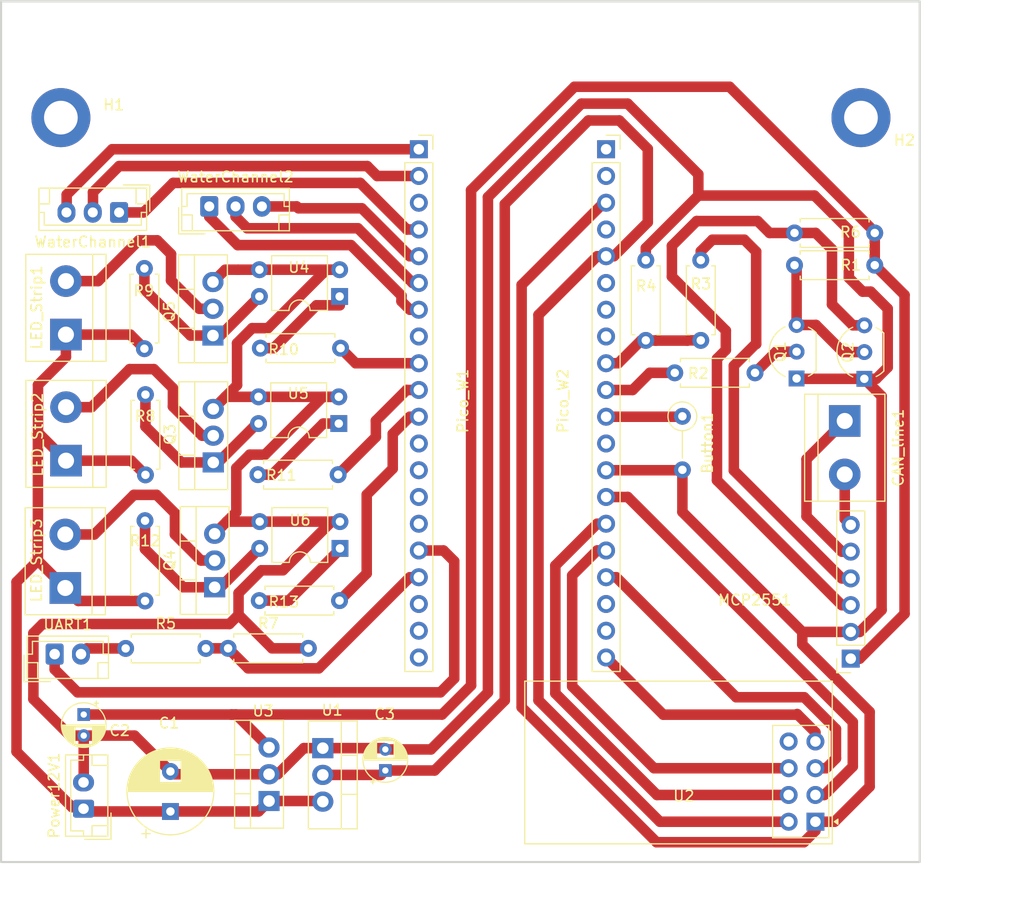
<source format=kicad_pcb>
(kicad_pcb (version 20221018) (generator pcbnew)
  (layers (0 "F.Cu" signal) (31 "B.Cu" signal) (34 "B.Paste" user) (35 "F.Paste" user) (36 "B.SilkS" user "B.Silkscreen") (37 "F.SilkS" user "F.Silkscreen") (38 "B.Mask" user) (39 "F.Mask" user) (44 "Edge.Cuts" user))
  (net 0 "")
  (net 1 "Net-(Pico_W2-Pin_11)")
  (net 2 "GND")
  (net 3 "+12V")
  (net 4 "+5V")
  (net 5 "+3.3V")
  (net 6 "CANH")
  (net 7 "CANL")
  (net 8 "Net-(LED_Strip1-Pin_2)")
  (net 9 "Net-(LED_Strip2-Pin_2)")
  (net 10 "Net-(LED_Strip3-Pin_2)")
  (net 11 "CTX")
  (net 12 "CRX")
  (net 13 "R1A")
  (net 14 "R2A")
  (net 16 "R3A")
  (net 17 "R1B")
  (net 18 "R2B")
  (net 19 "R3B")
  (net 21 "LED_STRIP1")
  (net 22 "LED_STRIP2")
  (net 23 "LED_STRIP3")
  (net 28 "TX")
  (net 29 "RX")
  (net 31 "CRX_3.3v")
  (net 32 "CTX_3.3v")
  (net 42 "CE")
  (net 43 "CSN")
  (net 44 "MOSI")
  (net 45 "SCK")
  (net 48 "MISO")
  (net 49 "Net-(Q1-B)")
  (net 50 "Net-(Q1-C)")
  (net 51 "Net-(Q3-G)")
  (net 52 "Net-(Q4-G)")
  (net 53 "Net-(Q5-G)")
  (net 54 "Net-(UART1-Pin_2)")
  (net 55 "Net-(R10-Pad1)")
  (net 56 "Net-(R11-Pad1)")
  (net 57 "Net-(R13-Pad1)")
  (footprint "Package_TO_SOT_THT:TO-220-3_Vertical" (layer "F.Cu") (at 105.45 92.69 90)
    (fp_text reference "Q5")
    (fp_text value "IRFZ44n")
  )
  (footprint "Resistor_THT:R_Axial_DIN0207_L6.3mm_D2.5mm_P7.62mm_Horizontal" (layer "F.Cu") (at 98.94 93.94 90)
    (fp_text reference "R9")
    (fp_text value "1k")
  )
  (footprint "Resistor_THT:R_Axial_DIN0207_L6.3mm_D2.5mm_P7.62mm_Horizontal" (layer "F.Cu") (at 149.3 96.23)
    (fp_text reference "R2")
    (fp_text value "5k")
  )
  (footprint "Resistor_THT:R_Axial_DIN0207_L6.3mm_D2.5mm_P7.62mm_Horizontal" (layer "F.Cu") (at 99 117.89 90)
    (fp_text reference "R12")
    (fp_text value "1k")
  )
  (footprint "Package_TO_SOT_THT:TO-220-3_Vertical" (layer "F.Cu") (at 115.88 131.867349 -90)
    (fp_text reference "U1")
    (fp_text value "AMS1117-3.3")
  )
  (footprint "TerminalBlock:TerminalBlock_bornier-2_P5.08mm" (layer "F.Cu") (at 91.5 104.57 90)
    (fp_text reference "LED_Strip2")
    (fp_text value "TerminalBlock")
  )
  (footprint "TerminalBlock:TerminalBlock_bornier-2_P5.08mm" (layer "F.Cu") (at 91.43 116.66 90)
    (fp_text reference "LED_Strip3")
    (fp_text value "TerminalBlock")
  )
  (footprint "Capacitor_THT:CP_Radial_D4.0mm_P2.00mm" (layer "F.Cu") (at 121.82 133.989948 90)
    (fp_text reference "C3")
    (fp_text value "0.1uf")
  )
  (footprint "Package_DIP:DIP-4_W7.62mm" (layer "F.Cu") (at 117.51 112.9 180)
    (fp_text reference "U6")
    (fp_text value "PC817")
  )
  (footprint "Package_DIP:DIP-4_W7.62mm" (layer "F.Cu") (at 117.4 101.05 180)
    (fp_text reference "U5")
    (fp_text value "PC817")
  )
  (footprint "Resistor_THT:R_Axial_DIN0207_L6.3mm_D2.5mm_P7.62mm_Horizontal" (layer "F.Cu") (at 106.89 122.39)
    (fp_text reference "R7")
    (fp_text value "2k")
  )
  (footprint "Resistor_THT:R_Axial_DIN0207_L6.3mm_D2.5mm_P7.62mm_Horizontal" (layer "F.Cu") (at 168.29 86.01 180)
    (fp_text reference "R1")
    (fp_text value "5k")
  )
  (footprint "Capacitor_THT:CP_Radial_D8.0mm_P3.80mm" (layer "F.Cu") (at 101.41 137.88 90)
    (fp_text reference "C1")
    (fp_text value "330uF")
  )
  (footprint "Connector_JST:JST_EH_B3B-EH-A_1x03_P2.50mm_Vertical" (layer "F.Cu") (at 105.1 80.43)
    (fp_text reference "WaterChannel2")
    (fp_text value "Relay_3Ch")
  )
  (footprint "Resistor_THT:R_Axial_DIN0207_L6.3mm_D2.5mm_P7.62mm_Horizontal" (layer "F.Cu") (at 168.29 82.95 180)
    (fp_text reference "R6")
    (fp_text value "5k")
  )
  (footprint "RF_Module:nRF24L01_Breakout" (layer "F.Cu") (at 162.655344 138.854656 180)
    (fp_text reference "U2")
    (fp_text value "NRF24L01_Breakout")
  )
  (footprint "Resistor_THT:R_Axial_DIN0207_L6.3mm_D2.5mm_P7.62mm_Horizontal" (layer "F.Cu") (at 99.04 105.92 90)
    (fp_text reference "R8")
    (fp_text value "1k")
  )
  (footprint "Resistor_THT:R_Axial_DIN0207_L6.3mm_D2.5mm_P7.62mm_Horizontal" (layer "F.Cu") (at 151.77 85.53 -90)
    (fp_text reference "R3")
    (fp_text value "1k")
  )
  (footprint "MountingHole:MountingHole_3.2mm_M3_DIN965_Pad_TopBottom" (layer "F.Cu") (at 91.01 72)
    (fp_text reference "H1")
    (fp_text value "MountingHole")
  )
  (footprint "Connector_JST:JST_EH_B3B-EH-A_1x03_P2.50mm_Vertical" (layer "F.Cu") (at 96.54 81 180)
    (fp_text reference "WaterChannel1")
    (fp_text value "Relay_3Ch")
  )
  (footprint "Package_TO_SOT_THT:TO-92_Inline_Wide" (layer "F.Cu") (at 167.3 96.8 90)
    (fp_text reference "Q2")
    (fp_text value "S8050")
  )
  (footprint "Connector_PinSocket_2.54mm:PinSocket_1x20_P2.54mm_Vertical" (layer "F.Cu") (at 125 75)
    (fp_text reference "Pico_W1")
    (fp_text value "Conn_01x20")
  )
  (footprint "Resistor_THT:R_Axial_DIN0207_L6.3mm_D2.5mm_P7.62mm_Horizontal" (layer "F.Cu") (at 109.95 93.89)
    (fp_text reference "R10")
    (fp_text value "220")
  )
  (footprint "Capacitor_THT:CP_Radial_D4.0mm_P2.00mm" (layer "F.Cu") (at 93.18 128.677401 -90)
    (fp_text reference "C2")
    (fp_text value "0.1uf")
  )
  (footprint "Connector_JST:JST_EH_B2B-EH-A_1x02_P2.50mm_Vertical" (layer "F.Cu") (at 90.42 122.94)
    (fp_text reference "UART1")
    (fp_text value "Conn_01x02")
  )
  (footprint "Package_TO_SOT_THT:TO-220-3_Vertical" (layer "F.Cu") (at 110.775 136.887349 90)
    (fp_text reference "U3")
    (fp_text value "LM7805_TO220")
  )
  (footprint "TerminalBlock:TerminalBlock_bornier-2_P5.08mm" (layer "F.Cu") (at 165.44 100.8 -90)
    (fp_text reference "CAN_line1")
    (fp_text value "TerminaBlock")
  )
  (footprint "Package_DIP:DIP-4_W7.62mm" (layer "F.Cu") (at 117.48 88.98 180)
    (fp_text reference "U4")
    (fp_text value "PC817")
  )
  (footprint "MountingHole:MountingHole_3.2mm_M3_DIN965_Pad_TopBottom" (layer "F.Cu") (at 166.98 72)
    (fp_text reference "H2")
    (fp_text value "MountingHole")
  )
  (footprint "Package_TO_SOT_THT:TO-92_Inline_Wide" (layer "F.Cu") (at 160.87 96.765 90)
    (fp_text reference "Q1")
    (fp_text value "S8050")
  )
  (footprint "Resistor_THT:R_Axial_DIN0207_L6.3mm_D2.5mm_P7.62mm_Horizontal" (layer "F.Cu") (at 97.16 122.4)
    (fp_text reference "R5")
    (fp_text value "1k")
  )
  (footprint "Resistor_THT:R_Axial_DIN0207_L6.3mm_D2.5mm_P7.62mm_Horizontal" (layer "F.Cu") (at 146.55 93.15 90)
    (fp_text reference "R4")
    (fp_text value "2k")
  )
  (footprint "Resistor_THT:R_Axial_DIN0207_L6.3mm_D2.5mm_P7.62mm_Horizontal" (layer "F.Cu") (at 109.72 105.9)
    (fp_text reference "R11")
    (fp_text value "220")
  )
  (footprint "Connector_PinSocket_2.54mm:PinSocket_1x20_P2.54mm_Vertical" (layer "F.Cu") (at 142.78 75)
    (fp_text reference "Pico_W2")
    (fp_text value "Conn_01x20")
  )
  (footprint "Resistor_THT:R_Axial_DIN0207_L6.3mm_D2.5mm_P7.62mm_Horizontal" (layer "F.Cu") (at 109.85 117.86)
    (fp_text reference "R13")
    (fp_text value "220")
  )
  (footprint "Package_TO_SOT_THT:TO-220-3_Vertical" (layer "F.Cu") (at 105.48 104.74 90)
    (fp_text reference "Q3")
    (fp_text value "IRFZ44n")
  )
  (footprint "Connector_JST:JST_EH_B2B-EH-A_1x02_P2.50mm_Vertical" (layer "F.Cu") (at 93.16 137.62 90)
    (fp_text reference "Power12V1")
    (fp_text value "Conn_01x02")
  )
  (footprint "Resistor_THT:R_Axial_DIN0207_L6.3mm_D2.5mm_P5.08mm_Vertical" (layer "F.Cu") (at 150.025 100.36 -90)
    (fp_text reference "Button1")
    (fp_text value "DIP")
  )
  (footprint "TerminalBlock:TerminalBlock_bornier-2_P5.08mm" (layer "F.Cu") (at 91.49 92.6 90)
    (fp_text reference "LED_Strip1")
    (fp_text value "TerminalBlock")
  )
  (footprint "Package_TO_SOT_THT:TO-220-3_Vertical" (layer "F.Cu") (at 105.61 116.59 90)
    (fp_text reference "Q4")
    (fp_text value "IRFZ44n")
  )
  (footprint "Connector_PinSocket_2.54mm:PinSocket_1x06_P2.54mm_Vertical" (layer "F.Cu") (at 166.01 123.37 180)
    (fp_text reference "MCP2551")
    (fp_text value "CAN_Transceiver")
  )
  (gr_rect (start 85.33 60.96) (end 172.56 142.68) (stroke (width 0.2)) (fill none) (layer "Edge.Cuts"))
  (segment (start 142.78 100.4) (end 149.985 100.4) (width 1) (layer "F.Cu") (net 1))
  (segment (start 149.985 100.4) (end 150.025 100.36) (width 1) (layer "F.Cu") (net 1))
  (segment (start 116.71 110.36) (end 112.09 114.98) (width 1) (layer "F.Cu") (net 2))
  (segment (start 161.41 120.83) (end 166.01 120.83) (width 1) (layer "F.Cu") (net 2))
  (segment (start 162.655344 139.704656) (end 161.56 140.8) (width 1) (layer "F.Cu") (net 2))
  (segment (start 131.56 79.547258) (end 140.437258 70.67) (width 1) (layer "F.Cu") (net 2))
  (segment (start 169.52 90.14) (end 167.9 88.52) (width 1) (layer "F.Cu") (net 2))
  (segment (start 169.52 95.71) (end 169.52 90.14) (width 1) (layer "F.Cu") (net 2))
  (segment (start 165.83 82.66) (end 162.57 79.4) (width 1) (layer "F.Cu") (net 2))
  (segment (start 131.56 126.58) (end 131.56 79.547258) (width 1) (layer "F.Cu") (net 2))
  (segment (start 106.62 86.44) (end 105.45 87.61) (width 1) (layer "F.Cu") (net 2))
  (segment (start 106.76 110.36) (end 105.61 111.51) (width 1) (layer "F.Cu") (net 2))
  (segment (start 168.43 96.8) (end 169.52 95.71) (width 1) (layer "F.Cu") (net 2))
  (segment (start 117.48 86.44) (end 109.86 86.44) (width 1) (layer "F.Cu") (net 2))
  (segment (start 109.170108 91.99) (end 107.74 93.420108) (width 1) (layer "F.Cu") (net 2))
  (segment (start 107.88 119.21) (end 107.01 120.08) (width 1) (layer "F.Cu") (net 2))
  (segment (start 106.63 98.51) (end 105.48 99.66) (width 1) (layer "F.Cu") (net 2))
  (segment (start 111.06 122.39) (end 114.51 122.39) (width 1) (layer "F.Cu") (net 2))
  (segment (start 110.775 134.347349) (end 111.6 134.347349) (width 1) (layer "F.Cu") (net 2))
  (segment (start 161.56 140.8) (end 147.571774 140.8) (width 1) (layer "F.Cu") (net 2))
  (segment (start 111.6 134.347349) (end 114.08 131.867349) (width 1) (layer "F.Cu") (net 2))
  (segment (start 115.88 131.867349) (end 121.697401 131.867349) (width 1) (layer "F.Cu") (net 2))
  (segment (start 107.74 97.4) (end 106.63 98.51) (width 1) (layer "F.Cu") (net 2))
  (segment (start 88.4 120.95) (end 88.4 127.21) (width 1) (layer "F.Cu") (net 2))
  (segment (start 116.22 86.44) (end 115.88 86.78) (width 1) (layer "F.Cu") (net 2))
  (segment (start 115.88 86.78) (end 115.54 86.44) (width 1) (layer "F.Cu") (net 2))
  (segment (start 109.89 110.36) (end 106.76 110.36) (width 1) (layer "F.Cu") (net 2))
  (segment (start 165.83 87.21) (end 165.83 82.66) (width 1) (layer "F.Cu") (net 2))
  (segment (start 134.76 127.988226) (end 134.76 87.88393) (width 1) (layer "F.Cu") (net 2))
  (segment (start 146.55 84.387258) (end 151.537258 79.4) (width 1) (layer "F.Cu") (net 2))
  (segment (start 167.3 96.8) (end 160.905 96.8) (width 1) (layer "F.Cu") (net 2))
  (segment (start 167.3 96.8) (end 168.43 96.8) (width 1) (layer "F.Cu") (net 2))
  (segment (start 117.4 98.51) (end 109.78 98.51) (width 1) (layer "F.Cu") (net 2))
  (segment (start 112.09 114.98) (end 110.050108 114.98) (width 1) (layer "F.Cu") (net 2))
  (segment (start 110.39 104) (end 108.940108 104) (width 1) (layer "F.Cu") (net 2))
  (segment (start 149.985 105.48) (end 150.025 105.44) (width 1) (layer "F.Cu") (net 2))
  (segment (start 150.025 109.445) (end 161.41 120.83) (width 1) (layer "F.Cu") (net 2))
  (segment (start 93.18 130.677401) (end 93.18 135.1) (width 1) (layer "F.Cu") (net 2))
  (segment (start 114.08 131.867349) (end 115.88 131.867349) (width 1) (layer "F.Cu") (net 2))
  (segment (start 91.867401 130.677401) (end 93.18 130.677401) (width 1) (layer "F.Cu") (net 2))
  (segment (start 98.007401 130.677401) (end 93.18 130.677401) (width 1) (layer "F.Cu") (net 2))
  (segment (start 142.78 105.48) (end 149.985 105.48) (width 1) (layer "F.Cu") (net 2))
  (segment (start 107.67 105.270108) (end 107.67 109.45) (width 1) (layer "F.Cu") (net 2))
  (segment (start 162.655344 138.854656) (end 162.655344 139.704656) (width 1) (layer "F.Cu") (net 2))
  (segment (start 107.01 120.08) (end 89.27 120.08) (width 1) (layer "F.Cu") (net 2))
  (segment (start 160.905 96.8) (end 160.87 96.765) (width 1) (layer "F.Cu") (net 2))
  (segment (start 108.940108 104) (end 107.67 105.270108) (width 1) (layer "F.Cu") (net 2))
  (segment (start 109.86 86.44) (end 107.87 86.44) (width 1) (layer "F.Cu") (net 2))
  (segment (start 147.571774 140.8) (end 134.76 127.988226) (width 1) (layer "F.Cu") (net 2))
  (segment (start 88.4 127.21) (end 91.867401 130.677401) (width 1) (layer "F.Cu") (net 2))
  (segment (start 117.4 98.51) (end 115.88 98.51) (width 1) (layer "F.Cu") (net 2))
  (segment (start 166.01 120.83) (end 166.86 120.83) (width 1) (layer "F.Cu") (net 2))
  (segment (start 107.87 86.44) (end 107.79 86.44) (width 1) (layer "F.Cu") (net 2))
  (segment (start 164.475344 138.854656) (end 162.655344 138.854656) (width 1) (layer "F.Cu") (net 2))
  (segment (start 109.78 98.51) (end 106.63 98.51) (width 1) (layer "F.Cu") (net 2))
  (segment (start 168.94 118.75) (end 168.94 98.44) (width 1) (layer "F.Cu") (net 2))
  (segment (start 140.437258 70.67) (end 144.83 70.67) (width 1) (layer "F.Cu") (net 2))
  (segment (start 101.677349 134.347349) (end 101.41 134.08) (width 1) (layer "F.Cu") (net 2))
  (segment (start 126.150052 131.989948) (end 131.56 126.58) (width 1) (layer "F.Cu") (net 2))
  (segment (start 134.76 87.88393) (end 142.56393 80.08) (width 1) (layer "F.Cu") (net 2))
  (segment (start 89.27 120.08) (end 88.4 120.95) (width 1) (layer "F.Cu") (net 2))
  (segment (start 167.14 88.52) (end 165.83 87.21) (width 1) (layer "F.Cu") (net 2))
  (segment (start 166.86 120.83) (end 168.94 118.75) (width 1) (layer "F.Cu") (net 2))
  (segment (start 107.88 119.21) (end 111.06 122.39) (width 1) (layer "F.Cu") (net 2))
  (segment (start 151.537258 79.4) (end 162.57 79.4) (width 1) (layer "F.Cu") (net 2))
  (segment (start 107.67 109.45) (end 106.76 110.36) (width 1) (layer "F.Cu") (net 2))
  (segment (start 167.805344 128.42098) (end 167.805344 135.524656) (width 1) (layer "F.Cu") (net 2))
  (segment (start 146.55 85.53) (end 146.55 84.387258) (width 1) (layer "F.Cu") (net 2))
  (segment (start 117.48 86.44) (end 116.22 86.44) (width 1) (layer "F.Cu") (net 2))
  (segment (start 151.537258 77.377258) (end 151.537258 79.4) (width 1) (layer "F.Cu") (net 2))
  (segment (start 121.82 131.989948) (end 126.150052 131.989948) (width 1) (layer "F.Cu") (net 2))
  (segment (start 150.025 105.44) (end 150.025 109.445) (width 1) (layer "F.Cu") (net 2))
  (segment (start 142.56393 80.08) (end 142.78 80.08) (width 1) (layer "F.Cu") (net 2))
  (segment (start 101.41 134.08) (end 98.007401 130.677401) (width 1) (layer "F.Cu") (net 2))
  (segment (start 121.697401 131.867349) (end 121.82 131.989948) (width 1) (layer "F.Cu") (net 2))
  (segment (start 117.51 110.36) (end 109.89 110.36) (width 1) (layer "F.Cu") (net 2))
  (segment (start 161.41 120.83) (end 161.41 122.025636) (width 1) (layer "F.Cu") (net 2))
  (segment (start 107.87 86.44) (end 106.62 86.44) (width 1) (layer "F.Cu") (net 2))
  (segment (start 110.050108 114.98) (end 107.88 117.150108) (width 1) (layer "F.Cu") (net 2))
  (segment (start 93.18 135.1) (end 93.16 135.12) (width 1) (layer "F.Cu") (net 2))
  (segment (start 117.51 110.36) (end 116.71 110.36) (width 1) (layer "F.Cu") (net 2))
  (segment (start 115.88 86.78) (end 110.67 91.99) (width 1) (layer "F.Cu") (net 2))
  (segment (start 115.88 98.51) (end 110.39 104) (width 1) (layer "F.Cu") (net 2))
  (segment (start 144.83 70.67) (end 151.537258 77.377258) (width 1) (layer "F.Cu") (net 2))
  (segment (start 168.94 98.44) (end 167.3 96.8) (width 1) (layer "F.Cu") (net 2))
  (segment (start 107.88 117.150108) (end 107.88 119.21) (width 1) (layer "F.Cu") (net 2))
  (segment (start 110.67 91.99) (end 109.170108 91.99) (width 1) (layer "F.Cu") (net 2))
  (segment (start 167.805344 135.524656) (end 164.475344 138.854656) (width 1) (layer "F.Cu") (net 2))
  (segment (start 167.9 88.52) (end 167.14 88.52) (width 1) (layer "F.Cu") (net 2))
  (segment (start 161.41 122.025636) (end 167.805344 128.42098) (width 1) (layer "F.Cu") (net 2))
  (segment (start 110.775 134.347349) (end 101.677349 134.347349) (width 1) (layer "F.Cu") (net 2))
  (segment (start 107.74 93.420108) (end 107.74 97.4) (width 1) (layer "F.Cu") (net 2))
  (segment (start 91.49 94.73) (end 88.84 97.38) (width 1) (layer "F.Cu") (net 3))
  (segment (start 91.49 92.6) (end 91.49 94.73) (width 1) (layer "F.Cu") (net 3))
  (segment (start 88.83 101.92) (end 88.83 114.06) (width 1) (layer "F.Cu") (net 3))
  (segment (start 101.41 137.88) (end 93.42 137.88) (width 1) (layer "F.Cu") (net 3))
  (segment (start 88.84 97.38) (end 88.84 101.91) (width 1) (layer "F.Cu") (net 3))
  (segment (start 91.5 104.57) (end 97.69 104.57) (width 1) (layer "F.Cu") (net 3))
  (segment (start 91.49 92.6) (end 97.6 92.6) (width 1) (layer "F.Cu") (net 3))
  (segment (start 88.84 101.91) (end 88.83 101.92) (width 1) (layer "F.Cu") (net 3))
  (segment (start 109.782349 137.88) (end 110.775 136.887349) (width 1) (layer "F.Cu") (net 3))
  (segment (start 92.07 137.47) (end 93.11 137.47) (width 1) (layer "F.Cu") (net 3))
  (segment (start 101.41 137.88) (end 109.782349 137.88) (width 1) (layer "F.Cu") (net 3))
  (segment (start 110.775 136.887349) (end 115.82 136.887349) (width 1) (layer "F.Cu") (net 3))
  (segment (start 99 117.89) (end 92.66 117.89) (width 1) (layer "F.Cu") (net 3))
  (segment (start 97.69 104.57) (end 99.04 105.92) (width 1) (layer "F.Cu") (net 3))
  (segment (start 93.42 137.88) (end 93.16 137.62) (width 1) (layer "F.Cu") (net 3))
  (segment (start 86.8 132.2) (end 92.07 137.47) (width 1) (layer "F.Cu") (net 3))
  (segment (start 88.84 101.91) (end 91.5 104.57) (width 1) (layer "F.Cu") (net 3))
  (segment (start 88.83 114.06) (end 86.8 116.09) (width 1) (layer "F.Cu") (net 3))
  (segment (start 115.82 136.887349) (end 115.88 136.947349) (width 1) (layer "F.Cu") (net 3))
  (segment (start 97.6 92.6) (end 98.94 93.94) (width 1) (layer "F.Cu") (net 3))
  (segment (start 92.66 117.89) (end 91.43 116.66) (width 1) (layer "F.Cu") (net 3))
  (segment (start 88.83 114.06) (end 91.43 116.66) (width 1) (layer "F.Cu") (net 3))
  (segment (start 86.8 116.09) (end 86.8 132.2) (width 1) (layer "F.Cu") (net 3))
  (segment (start 107.19 128.677401) (end 127.199857 128.677401) (width 1) (layer "F.Cu") (net 4))
  (segment (start 107.19 128.677401) (end 107.645052 128.677401) (width 1) (layer "F.Cu") (net 4))
  (segment (start 168.29 86.01) (end 171.12 88.84) (width 1) (layer "F.Cu") (net 4))
  (segment (start 129.96 78.884516) (end 139.774516 69.07) (width 1) (layer "F.Cu") (net 4))
  (segment (start 139.774516 69.07) (end 154.502742 69.07) (width 1) (layer "F.Cu") (net 4))
  (segment (start 154.502742 69.07) (end 168.29 82.857258) (width 1) (layer "F.Cu") (net 4))
  (segment (start 127.199857 128.677401) (end 129.96 125.917258) (width 1) (layer "F.Cu") (net 4))
  (segment (start 171.12 119.11) (end 166.86 123.37) (width 1) (layer "F.Cu") (net 4))
  (segment (start 168.29 86.01) (end 168.29 82.95) (width 1) (layer "F.Cu") (net 4))
  (segment (start 129.96 125.917258) (end 129.96 78.884516) (width 1) (layer "F.Cu") (net 4))
  (segment (start 171.12 88.84) (end 171.12 119.11) (width 1) (layer "F.Cu") (net 4))
  (segment (start 168.29 82.857258) (end 168.29 82.95) (width 1) (layer "F.Cu") (net 4))
  (segment (start 166.86 123.37) (end 166.01 123.37) (width 1) (layer "F.Cu") (net 4))
  (segment (start 93.18 128.677401) (end 107.19 128.677401) (width 1) (layer "F.Cu") (net 4))
  (segment (start 107.645052 128.677401) (end 110.775 131.807349) (width 1) (layer "F.Cu") (net 4))
  (segment (start 142.78 85.16) (end 141.93 85.16) (width 1) (layer "F.Cu") (net 5))
  (segment (start 141.1 72.27) (end 144.04 72.27) (width 1) (layer "F.Cu") (net 5))
  (segment (start 133.16 127.33) (end 133.16 80.21) (width 1) (layer "F.Cu") (net 5))
  (segment (start 126.500052 133.989948) (end 133.16 127.33) (width 1) (layer "F.Cu") (net 5))
  (segment (start 133.16 80.21) (end 141.1 72.27) (width 1) (layer "F.Cu") (net 5))
  (segment (start 146.74 81.934516) (end 143.514516 85.16) (width 1) (layer "F.Cu") (net 5))
  (segment (start 141.93 85.16) (end 136.36 90.73) (width 1) (layer "F.Cu") (net 5))
  (segment (start 121.82 133.989948) (end 126.500052 133.989948) (width 1) (layer "F.Cu") (net 5))
  (segment (start 144.04 72.27) (end 146.74 74.97) (width 1) (layer "F.Cu") (net 5))
  (segment (start 143.514516 85.16) (end 142.78 85.16) (width 1) (layer "F.Cu") (net 5))
  (segment (start 146.74 74.97) (end 146.74 81.934516) (width 1) (layer "F.Cu") (net 5))
  (segment (start 115.88 134.407349) (end 121.402599 134.407349) (width 1) (layer "F.Cu") (net 5))
  (segment (start 136.36 90.73) (end 136.36 127.325484) (width 1) (layer "F.Cu") (net 5))
  (segment (start 160.115344 138.854656) (end 147.889172 138.854656) (width 1) (layer "F.Cu") (net 5))
  (segment (start 121.402599 134.407349) (end 121.82 133.989948) (width 1) (layer "F.Cu") (net 5))
  (segment (start 147.889172 138.854656) (end 136.36 127.325484) (width 1) (layer "F.Cu") (net 5))
  (segment (start 161.81 104.43) (end 165.44 100.8) (width 1) (layer "F.Cu") (net 6))
  (segment (start 165.16 113.21) (end 161.81 109.86) (width 1) (layer "F.Cu") (net 6))
  (segment (start 166.01 113.21) (end 165.16 113.21) (width 1) (layer "F.Cu") (net 6))
  (segment (start 161.81 109.86) (end 161.81 104.43) (width 1) (layer "F.Cu") (net 6))
  (segment (start 165.44 105.88) (end 165.44 110.1) (width 1) (layer "F.Cu") (net 7))
  (segment (start 165.44 110.1) (end 166.01 110.67) (width 1) (layer "F.Cu") (net 7))
  (segment (start 101.47 84.96) (end 100.16 83.65) (width 1) (layer "F.Cu") (net 8))
  (segment (start 104.16 90.15) (end 101.47 87.46) (width 1) (layer "F.Cu") (net 8))
  (segment (start 105.45 90.15) (end 104.16 90.15) (width 1) (layer "F.Cu") (net 8))
  (segment (start 98.42 83.65) (end 94.55 87.52) (width 1) (layer "F.Cu") (net 8))
  (segment (start 94.55 87.52) (end 91.49 87.52) (width 1) (layer "F.Cu") (net 8))
  (segment (start 101.47 87.46) (end 101.47 84.96) (width 1) (layer "F.Cu") (net 8))
  (segment (start 100.16 83.65) (end 98.42 83.65) (width 1) (layer "F.Cu") (net 8))
  (segment (start 105.48 102.2) (end 104.42 102.2) (width 1) (layer "F.Cu") (net 9))
  (segment (start 99.84 95.88) (end 97.54 95.88) (width 1) (layer "F.Cu") (net 9))
  (segment (start 101.65 97.69) (end 99.84 95.88) (width 1) (layer "F.Cu") (net 9))
  (segment (start 104.42 102.2) (end 101.65 99.43) (width 1) (layer "F.Cu") (net 9))
  (segment (start 101.65 99.43) (end 101.65 97.69) (width 1) (layer "F.Cu") (net 9))
  (segment (start 97.54 95.88) (end 93.93 99.49) (width 1) (layer "F.Cu") (net 9))
  (segment (start 93.93 99.49) (end 91.5 99.49) (width 1) (layer "F.Cu") (net 9))
  (segment (start 104.31 114.05) (end 101.84 111.58) (width 1) (layer "F.Cu") (net 10))
  (segment (start 101.84 109.56) (end 100.1 107.82) (width 1) (layer "F.Cu") (net 10))
  (segment (start 101.84 111.58) (end 101.84 109.56) (width 1) (layer "F.Cu") (net 10))
  (segment (start 100.1 107.82) (end 97.94 107.82) (width 1) (layer "F.Cu") (net 10))
  (segment (start 94.18 111.58) (end 91.43 111.58) (width 1) (layer "F.Cu") (net 10))
  (segment (start 97.94 107.82) (end 94.18 111.58) (width 1) (layer "F.Cu") (net 10))
  (segment (start 105.61 114.05) (end 104.31 114.05) (width 1) (layer "F.Cu") (net 10))
  (segment (start 164.23 84.5) (end 164.23 89.74) (width 1) (layer "F.Cu") (net 11))
  (segment (start 154.15 92.22) (end 154.15 94.057366) (width 1) (layer "F.Cu") (net 11))
  (segment (start 164.23 89.74) (end 166.21 91.72) (width 1) (layer "F.Cu") (net 11))
  (segment (start 158.3 82.95) (end 160.67 82.95) (width 1) (layer "F.Cu") (net 11))
  (segment (start 162.68 82.95) (end 164.23 84.5) (width 1) (layer "F.Cu") (net 11))
  (segment (start 149.03 87.1) (end 154.15 92.22) (width 1) (layer "F.Cu") (net 11))
  (segment (start 151.38 81.82) (end 149.03 84.17) (width 1) (layer "F.Cu") (net 11))
  (segment (start 160.67 82.95) (end 162.68 82.95) (width 1) (layer "F.Cu") (net 11))
  (segment (start 166.21 91.72) (end 167.3 91.72) (width 1) (layer "F.Cu") (net 11))
  (segment (start 157.17 81.82) (end 158.3 82.95) (width 1) (layer "F.Cu") (net 11))
  (segment (start 154.15 94.057366) (end 153.31 94.897366) (width 1) (layer "F.Cu") (net 11))
  (segment (start 157.17 81.82) (end 151.38 81.82) (width 1) (layer "F.Cu") (net 11))
  (segment (start 153.31 106.44) (end 165.16 118.29) (width 1) (layer "F.Cu") (net 11))
  (segment (start 165.16 118.29) (end 166.01 118.29) (width 1) (layer "F.Cu") (net 11))
  (segment (start 149.03 84.17) (end 149.03 87.1) (width 1) (layer "F.Cu") (net 11))
  (segment (start 153.31 94.897366) (end 153.31 106.44) (width 1) (layer "F.Cu") (net 11))
  (segment (start 165.16 115.75) (end 154.91 105.5) (width 1) (layer "F.Cu") (net 12))
  (segment (start 154.91 95.560108) (end 156.970108 93.5) (width 1) (layer "F.Cu") (net 12))
  (segment (start 154.91 105.5) (end 154.91 95.560108) (width 1) (layer "F.Cu") (net 12))
  (segment (start 152.87 83.59) (end 151.77 84.69) (width 1) (layer "F.Cu") (net 12))
  (segment (start 155.9 83.59) (end 152.87 83.59) (width 1) (layer "F.Cu") (net 12))
  (segment (start 157.03 93.5) (end 157.03 84.72) (width 1) (layer "F.Cu") (net 12))
  (segment (start 156.970108 93.5) (end 157.03 93.5) (width 1) (layer "F.Cu") (net 12))
  (segment (start 157.03 84.72) (end 155.9 83.59) (width 1) (layer "F.Cu") (net 12))
  (segment (start 151.77 84.69) (end 151.77 85.53) (width 1) (layer "F.Cu") (net 12))
  (segment (start 166.01 115.75) (end 165.16 115.75) (width 1) (layer "F.Cu") (net 12))
  (segment (start 95.878742 75) (end 91.56 79.318742) (width 1) (layer "F.Cu") (net 13))
  (segment (start 91.56 79.318742) (end 91.56 80.29) (width 1) (layer "F.Cu") (net 13))
  (segment (start 125 75) (end 95.878742 75) (width 1) (layer "F.Cu") (net 13))
  (segment (start 94.06 79.081484) (end 96.541484 76.6) (width 1) (layer "F.Cu") (net 14))
  (segment (start 96.541484 76.6) (end 120.1 76.6) (width 1) (layer "F.Cu") (net 14))
  (segment (start 121.04 77.54) (end 125 77.54) (width 1) (layer "F.Cu") (net 14))
  (segment (start 94.06 80.29) (end 94.06 79.081484) (width 1) (layer "F.Cu") (net 14))
  (segment (start 124.93 77.47) (end 125 77.54) (width 1) (layer "F.Cu") (net 14))
  (segment (start 120.1 76.6) (end 121.04 77.54) (width 1) (layer "F.Cu") (net 14))
  (segment (start 125 82.62) (end 123.857258 82.62) (width 1) (layer "F.Cu") (net 16))
  (segment (start 98.87 81) (end 96.54 81) (width 1) (layer "F.Cu") (net 16))
  (segment (start 119.437258 78.2) (end 101.67 78.2) (width 1) (layer "F.Cu") (net 16))
  (segment (start 123.857258 82.62) (end 119.437258 78.2) (width 1) (layer "F.Cu") (net 16))
  (segment (start 101.67 78.2) (end 98.87 81) (width 1) (layer "F.Cu") (net 16))
  (segment (start 113.4 80.43) (end 110.1 80.43) (width 1) (layer "F.Cu") (net 17))
  (segment (start 125 85.16) (end 124.134516 85.16) (width 1) (layer "F.Cu") (net 17))
  (segment (start 119.584516 80.61) (end 113.58 80.61) (width 1) (layer "F.Cu") (net 17))
  (segment (start 124.134516 85.16) (end 119.584516 80.61) (width 1) (layer "F.Cu") (net 17))
  (segment (start 113.58 80.61) (end 113.4 80.43) (width 1) (layer "F.Cu") (net 17))
  (segment (start 119.215527 82.503753) (end 124.411774 87.7) (width 1) (layer "F.Cu") (net 18))
  (segment (start 108.702495 82.503753) (end 119.215527 82.503753) (width 1) (layer "F.Cu") (net 18))
  (segment (start 124.411774 87.7) (end 125 87.7) (width 1) (layer "F.Cu") (net 18))
  (segment (start 107.6 80.43) (end 107.6 81.401258) (width 1) (layer "F.Cu") (net 18))
  (segment (start 107.6 81.401258) (end 108.702495 82.503753) (width 1) (layer "F.Cu") (net 18))
  (segment (start 123.35 89.44) (end 123.35 88.900968) (width 1) (layer "F.Cu") (net 19))
  (segment (start 123.35 88.900968) (end 118.552785 84.103753) (width 1) (layer "F.Cu") (net 19))
  (segment (start 118.552785 84.103753) (end 107.798753 84.103753) (width 1) (layer "F.Cu") (net 19))
  (segment (start 107.798753 84.103753) (end 105.1 81.405) (width 1) (layer "F.Cu") (net 19))
  (segment (start 125 90.24) (end 124.15 90.24) (width 1) (layer "F.Cu") (net 19))
  (segment (start 124.15 90.24) (end 123.35 89.44) (width 1) (layer "F.Cu") (net 19))
  (segment (start 105.1 81.405) (end 105.1 80.43) (width 1) (layer "F.Cu") (net 19))
  (segment (start 119 95.32) (end 125 95.32) (width 1) (layer "F.Cu") (net 21))
  (segment (start 117.57 93.89) (end 119 95.32) (width 1) (layer "F.Cu") (net 21))
  (segment (start 120.92 100.78) (end 123.84 97.86) (width 1) (layer "F.Cu") (net 22))
  (segment (start 117.34 105.9) (end 120.92 102.32) (width 1) (layer "F.Cu") (net 22))
  (segment (start 120.92 102.32) (end 120.92 100.78) (width 1) (layer "F.Cu") (net 22))
  (segment (start 123.84 97.86) (end 125 97.86) (width 1) (layer "F.Cu") (net 22))
  (segment (start 124.15 100.4) (end 125 100.4) (width 1) (layer "F.Cu") (net 23))
  (segment (start 122.52 105.33) (end 122.52 102.03) (width 1) (layer "F.Cu") (net 23))
  (segment (start 120.05 107.8) (end 122.52 105.33) (width 1) (layer "F.Cu") (net 23))
  (segment (start 117.47 117.86) (end 120.05 115.28) (width 1) (layer "F.Cu") (net 23))
  (segment (start 120.05 115.28) (end 120.05 107.8) (width 1) (layer "F.Cu") (net 23))
  (segment (start 122.52 102.03) (end 124.15 100.4) (width 1) (layer "F.Cu") (net 23))
  (segment (start 128.36 125.254516) (end 127.044516 126.57) (width 1) (layer "F.Cu") (net 28))
  (segment (start 125 113.1) (end 127.34 113.1) (width 1) (layer "F.Cu") (net 28))
  (segment (start 92.6 126.57) (end 90.42 124.39) (width 1) (layer "F.Cu") (net 28))
  (segment (start 90.42 124.39) (end 90.42 122.94) (width 1) (layer "F.Cu") (net 28))
  (segment (start 127.044516 126.57) (end 92.6 126.57) (width 1) (layer "F.Cu") (net 28))
  (segment (start 128.36 114.12) (end 128.36 125.254516) (width 1) (layer "F.Cu") (net 28))
  (segment (start 127.34 113.1) (end 128.36 114.12) (width 1) (layer "F.Cu") (net 28))
  (segment (start 108.79 124.29) (end 115.5 124.29) (width 1) (layer "F.Cu") (net 29))
  (segment (start 115.5 124.29) (end 124.15 115.64) (width 1) (layer "F.Cu") (net 29))
  (segment (start 124.15 115.64) (end 125 115.64) (width 1) (layer "F.Cu") (net 29))
  (segment (start 104.79 122.39) (end 104.78 122.4) (width 1) (layer "F.Cu") (net 29))
  (segment (start 106.89 122.39) (end 108.79 124.29) (width 1) (layer "F.Cu") (net 29))
  (segment (start 106.89 122.39) (end 104.79 122.39) (width 1) (layer "F.Cu") (net 29))
  (segment (start 150.5 93.17) (end 150.52 93.15) (width 1) (layer "F.Cu") (net 31))
  (segment (start 143.94 95.32) (end 146.1 93.16) (width 1) (layer "F.Cu") (net 31))
  (segment (start 147.49 93.17) (end 147.48 93.16) (width 1) (layer "F.Cu") (net 31))
  (segment (start 146.1 93.16) (end 147.48 93.16) (width 1) (layer "F.Cu") (net 31))
  (segment (start 150.52 93.15) (end 151.77 93.15) (width 1) (layer "F.Cu") (net 31))
  (segment (start 150.5 93.17) (end 147.49 93.17) (width 1) (layer "F.Cu") (net 31))
  (segment (start 142.78 95.32) (end 143.94 95.32) (width 1) (layer "F.Cu") (net 31))
  (segment (start 149.3 96.23) (end 146.93 96.23) (width 1) (layer "F.Cu") (net 32))
  (segment (start 145.3 97.86) (end 142.78 97.86) (width 1) (layer "F.Cu") (net 32))
  (segment (start 146.93 96.23) (end 145.3 97.86) (width 1) (layer "F.Cu") (net 32))
  (segment (start 166.205344 133.614656) (end 163.505344 136.314656) (width 1) (layer "F.Cu") (net 42))
  (segment (start 166.205344 129.389172) (end 166.205344 133.614656) (width 1) (layer "F.Cu") (net 42))
  (segment (start 144.836172 108.02) (end 166.205344 129.389172) (width 1) (layer "F.Cu") (net 42))
  (segment (start 163.505344 136.314656) (end 162.655344 136.314656) (width 1) (layer "F.Cu") (net 42))
  (segment (start 142.78 108.02) (end 144.836172 108.02) (width 1) (layer "F.Cu") (net 42))
  (segment (start 141.93 110.56) (end 137.96 114.53) (width 1) (layer "F.Cu") (net 43))
  (segment (start 160.115344 136.314656) (end 147.611914 136.314656) (width 1) (layer "F.Cu") (net 43))
  (segment (start 141.93 110.56) (end 142.78 110.56) (width 1) (layer "F.Cu") (net 43))
  (segment (start 147.611914 136.314656) (end 137.96 126.662742) (width 1) (layer "F.Cu") (net 43))
  (segment (start 137.96 114.53) (end 137.96 126.662742) (width 1) (layer "F.Cu") (net 43))
  (segment (start 141.93 113.1) (end 142.78 113.1) (width 1) (layer "F.Cu") (net 44))
  (segment (start 147.334656 133.774656) (end 139.56 126) (width 1) (layer "F.Cu") (net 44))
  (segment (start 160.115344 133.774656) (end 147.334656 133.774656) (width 1) (layer "F.Cu") (net 44))
  (segment (start 139.56 115.47) (end 141.93 113.1) (width 1) (layer "F.Cu") (net 44))
  (segment (start 139.56 126) (end 139.56 115.47) (width 1) (layer "F.Cu") (net 44))
  (segment (start 163.675344 133.774656) (end 162.655344 133.774656) (width 1) (layer "F.Cu") (net 45))
  (segment (start 161.588086 127.034656) (end 164.605344 130.051914) (width 1) (layer "F.Cu") (net 45))
  (segment (start 142.78 115.64) (end 143.740688 115.64) (width 1) (layer "F.Cu") (net 45))
  (segment (start 155.135344 127.034656) (end 161.588086 127.034656) (width 1) (layer "F.Cu") (net 45))
  (segment (start 164.605344 130.051914) (end 164.605344 132.844656) (width 1) (layer "F.Cu") (net 45))
  (segment (start 164.605344 132.844656) (end 163.675344 133.774656) (width 1) (layer "F.Cu") (net 45))
  (segment (start 143.740688 115.64) (end 155.135344 127.034656) (width 1) (layer "F.Cu") (net 45))
  (segment (start 148.21 128.69) (end 142.78 123.26) (width 1) (layer "F.Cu") (net 48))
  (segment (start 160.925344 128.634656) (end 160.87 128.69) (width 1) (layer "F.Cu") (net 48))
  (segment (start 162.655344 130.364656) (end 160.925344 128.634656) (width 1) (layer "F.Cu") (net 48))
  (segment (start 160.87 128.69) (end 148.21 128.69) (width 1) (layer "F.Cu") (net 48))
  (segment (start 162.655344 131.234656) (end 162.655344 130.364656) (width 1) (layer "F.Cu") (net 48))
  (segment (start 160.815 94.28) (end 160.87 94.225) (width 1) (layer "F.Cu") (net 49))
  (segment (start 156.92 96.23) (end 158.925 94.225) (width 1) (layer "F.Cu") (net 49))
  (segment (start 158.925 94.225) (end 160.87 94.225) (width 1) (layer "F.Cu") (net 49))
  (segment (start 160.87 91.685) (end 160.87 86.21) (width 1) (layer "F.Cu") (net 50))
  (segment (start 162.705 91.685) (end 165.28 94.26) (width 1) (layer "F.Cu") (net 50))
  (segment (start 160.8 91.615) (end 160.87 91.685) (width 1) (layer "F.Cu") (net 50))
  (segment (start 160.87 91.685) (end 162.705 91.685) (width 1) (layer "F.Cu") (net 50))
  (segment (start 160.87 86.21) (end 160.67 86.01) (width 1) (layer "F.Cu") (net 50))
  (segment (start 165.28 94.26) (end 167.3 94.26) (width 1) (layer "F.Cu") (net 50))
  (segment (start 109.627366 101.05) (end 109.78 101.05) (width 1) (layer "F.Cu") (net 51))
  (segment (start 99.04 98.3) (end 99.04 101.33) (width 1) (layer "F.Cu") (net 51))
  (segment (start 102.45 104.74) (end 105.48 104.74) (width 1) (layer "F.Cu") (net 51))
  (segment (start 105.937366 104.74) (end 109.627366 101.05) (width 1) (layer "F.Cu") (net 51))
  (segment (start 105.48 104.74) (end 105.937366 104.74) (width 1) (layer "F.Cu") (net 51))
  (segment (start 99.04 101.33) (end 102.45 104.74) (width 1) (layer "F.Cu") (net 51))
  (segment (start 109.867366 112.9) (end 109.89 112.9) (width 1) (layer "F.Cu") (net 52))
  (segment (start 105.61 116.59) (end 106.177366 116.59) (width 1) (layer "F.Cu") (net 52))
  (segment (start 99 110.27) (end 99 112.97) (width 1) (layer "F.Cu") (net 52))
  (segment (start 99 112.97) (end 102.62 116.59) (width 1) (layer "F.Cu") (net 52))
  (segment (start 106.177366 116.59) (end 109.867366 112.9) (width 1) (layer "F.Cu") (net 52))
  (segment (start 102.62 116.59) (end 105.61 116.59) (width 1) (layer "F.Cu") (net 52))
  (segment (start 106.15 92.69) (end 109.86 88.98) (width 1) (layer "F.Cu") (net 53))
  (segment (start 105.45 92.69) (end 106.15 92.69) (width 1) (layer "F.Cu") (net 53))
  (segment (start 103.32 92.69) (end 105.45 92.69) (width 1) (layer "F.Cu") (net 53))
  (segment (start 98.94 88.31) (end 103.32 92.69) (width 1) (layer "F.Cu") (net 53))
  (segment (start 98.94 86.32) (end 98.94 88.31) (width 1) (layer "F.Cu") (net 53))
  (segment (start 93.46 122.4) (end 92.92 122.94) (width 1) (layer "F.Cu") (net 54))
  (segment (start 97.16 122.4) (end 93.46 122.4) (width 1) (layer "F.Cu") (net 54))
  (segment (start 117.5 89.82) (end 115.28 89.82) (width 1) (layer "F.Cu") (net 55))
  (segment (start 111.21 93.89) (end 109.95 93.89) (width 1) (layer "F.Cu") (net 55))
  (segment (start 115.28 89.82) (end 111.21 93.89) (width 1) (layer "F.Cu") (net 55))
  (segment (start 109.72 105.9) (end 111.07 105.9) (width 1) (layer "F.Cu") (net 56))
  (segment (start 115.92 101.05) (end 117.4 101.05) (width 1) (layer "F.Cu") (net 56))
  (segment (start 111.07 105.9) (end 115.92 101.05) (width 1) (layer "F.Cu") (net 56))
  (segment (start 109.85 117.86) (end 112.64 117.86) (width 1) (layer "F.Cu") (net 57))
  (segment (start 112.64 117.86) (end 117.51 112.99) (width 1) (layer "F.Cu") (net 57))
)
</source>
